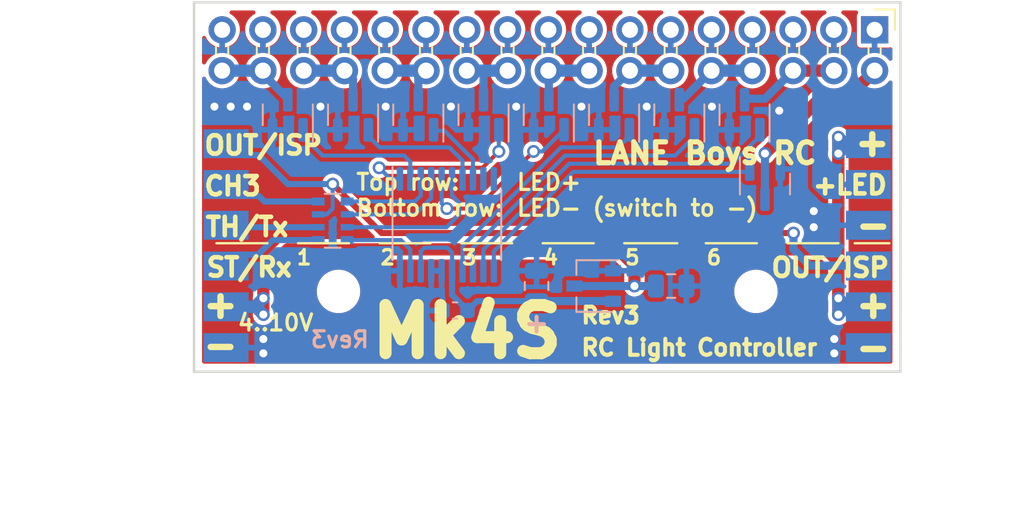
<source format=kicad_pcb>
(kicad_pcb (version 20211014) (generator pcbnew)
  (layers (0 "F.Cu" signal "Top") (31 "B.Cu" signal "Bottom") (34 "B.Paste" user) (35 "F.Paste" user) (36 "B.SilkS" user "B.Silkscreen") (37 "F.SilkS" user "F.Silkscreen") (38 "B.Mask" user) (39 "F.Mask" user) (44 "Edge.Cuts" user))
  (net 0 "")
  (net 1 "+3V3")
  (net 2 "GND")
  (net 3 "/VIN")
  (net 4 "/CH3")
  (net 5 "/OUT0")
  (net 6 "/OUT1")
  (net 7 "/OUT2")
  (net 8 "/OUT3")
  (net 9 "/OUT4")
  (net 10 "/OUT5")
  (net 11 "/OUT6")
  (net 12 "/OUT7")
  (net 13 "/LED+")
  (net 14 "/OUT-ISP")
  (net 15 "/ST-RX")
  (net 16 "/TH-TX")
  (net 17 "/ST-Rx-in")
  (net 18 "/TH-Tx-in")
  (net 19 "/CH3-in")
  (net 20 "/OUT-ISP-out")
  (net 21 "Net-(J1-Pad10)")
  (net 22 "Net-(J1-Pad2)")
  (net 23 "Net-(J1-Pad32)")
  (net 24 "Net-(J1-Pad28)")
  (net 25 "Net-(J1-Pad24)")
  (net 26 "Net-(J1-Pad20)")
  (net 27 "Net-(J1-Pad16)")
  (net 28 "Net-(J1-Pad12)")
  (net 29 "Net-(J1-Pad4)")
  (net 30 "/OUT8")
  (footprint "Connector_PinHeader_2.54mm:PinHeader_2x17_P2.54mm_Horizontal" (layer "F.Cu") (at 177.39 92.71 -90)
    (fp_text reference "J1" hide)
    (fp_text value "Pinheader right-angle 2x17" hide)
    (fp_line (start 1.042929 32.64) (end 1.497071 32.64) (layer "F.SilkS") (width 0.12))
    (fp_line (start 1.042929 15.62) (end 1.497071 15.62) (layer "F.SilkS") (width 0.12))
    (fp_line (start 1.042929 38.48) (end 1.497071 38.48) (layer "F.SilkS") (width 0.12))
    (fp_line (start 1.11 -0.38) (end 1.497071 -0.38) (layer "F.SilkS") (width 0.12))
    (fp_line (start -1.27 -1.27) (end 0 -1.27) (layer "F.SilkS") (width 0.12))
    (fp_line (start 1.042929 8) (end 1.497071 8) (layer "F.SilkS") (width 0.12))
    (fp_line (start 1.042929 18.16) (end 1.497071 18.16) (layer "F.SilkS") (width 0.12))
    (fp_line (start 1.042929 9.78) (end 1.497071 9.78) (layer "F.SilkS") (width 0.12))
    (fp_line (start 1.042929 33.4) (end 1.497071 33.4) (layer "F.SilkS") (width 0.12))
    (fp_line (start 1.042929 25.78) (end 1.497071 25.78) (layer "F.SilkS") (width 0.12))
    (fp_line (start 1.042929 22.48) (end 1.497071 22.48) (layer "F.SilkS") (width 0.12))
    (fp_line (start 1.042929 19.94) (end 1.497071 19.94) (layer "F.SilkS") (width 0.12))
    (fp_line (start 1.042929 17.4) (end 1.497071 17.4) (layer "F.SilkS") (width 0.12))
    (fp_line (start 1.042929 20.7) (end 1.497071 20.7) (layer "F.SilkS") (width 0.12))
    (fp_line (start 1.042929 35.18) (end 1.497071 35.18) (layer "F.SilkS") (width 0.12))
    (fp_line (start 1.042929 5.46) (end 1.497071 5.46) (layer "F.SilkS") (width 0.12))
    (fp_line (start 1.042929 41.02) (end 1.497071 41.02) (layer "F.SilkS") (width 0.12))
    (fp_line (start 1.042929 14.86) (end 1.497071 14.86) (layer "F.SilkS") (width 0.12))
    (fp_line (start 1.042929 37.72) (end 1.497071 37.72) (layer "F.SilkS") (width 0.12))
    (fp_line (start 1.042929 40.26) (end 1.497071 40.26) (layer "F.SilkS") (width 0.12))
    (fp_line (start 1.042929 4.7) (end 1.497071 4.7) (layer "F.SilkS") (width 0.12))
    (fp_line (start 1.042929 7.24) (end 1.497071 7.24) (layer "F.SilkS") (width 0.12))
    (fp_line (start 1.042929 2.92) (end 1.497071 2.92) (layer "F.SilkS") (width 0.12))
    (fp_line (start 1.042929 10.54) (end 1.497071 10.54) (layer "F.SilkS") (width 0.12))
    (fp_line (start 1.042929 23.24) (end 1.497071 23.24) (layer "F.SilkS") (width 0.12))
    (fp_line (start 1.042929 2.16) (end 1.497071 2.16) (layer "F.SilkS") (width 0.12))
    (fp_line (start 1.042929 13.08) (end 1.497071 13.08) (layer "F.SilkS") (width 0.12))
    (fp_line (start 1.11 0.38) (end 1.497071 0.38) (layer "F.SilkS") (width 0.12))
    (fp_line (start 1.042929 25.02) (end 1.497071 25.02) (layer "F.SilkS") (width 0.12))
    (fp_line (start 1.042929 35.94) (end 1.497071 35.94) (layer "F.SilkS") (width 0.12))
    (fp_line (start 1.042929 27.56) (end 1.497071 27.56) (layer "F.SilkS") (width 0.12))
    (fp_line (start 1.042929 28.32) (end 1.497071 28.32) (layer "F.SilkS") (width 0.12))
    (fp_line (start 1.042929 30.1) (end 1.497071 30.1) (layer "F.SilkS") (width 0.12))
    (fp_line (start 1.042929 12.32) (end 1.497071 12.32) (layer "F.SilkS") (width 0.12))
    (fp_line (start -1.27 0) (end -1.27 -1.27) (layer "F.SilkS") (width 0.12))
    (fp_line (start 1.042929 30.86) (end 1.497071 30.86) (layer "F.SilkS") (width 0.12))
    (pad "1" thru_hole rect (at 0 0 270) (size 1.7 1.7) (drill 1) (layers *.Cu *.Mask) (net 13 "/LED+"))
    (pad "2" thru_hole oval (at 2.54 0 270) (size 1.7 1.7) (drill 1) (layers *.Cu *.Mask) (net 22 "Net-(J1-Pad2)"))
    (pad "3" thru_hole oval (at 0 2.54 270) (size 1.7 1.7) (drill 1) (layers *.Cu *.Mask) (net 13 "/LED+"))
    (pad "4" thru_hole oval (at 2.54 2.54 270) (size 1.7 1.7) (drill 1) (layers *.Cu *.Mask) (net 29 "Net-(J1-Pad4)"))
    (pad "5" thru_hole oval (at 0 5.08 270) (size 1.7 1.7) (drill 1) (layers *.Cu *.Mask) (net 13 "/LED+"))
    (pad "6" thru_hole oval (at 2.54 5.08 270) (size 1.7 1.7) (drill 1) (layers *.Cu *.Mask) (net 29 "Net-(J1-Pad4)"))
    (pad "7" thru_hole oval (at 0 7.62 270) (size 1.7 1.7) (drill 1) (layers *.Cu *.Mask) (net 13 "/LED+"))
    (pad "8" thru_hole oval (at 2.54 7.62 270) (size 1.7 1.7) (drill 1) (layers *.Cu *.Mask) (net 21 "Net-(J1-Pad10)"))
    (pad "9" thru_hole oval (at 0 10.16 270) (size 1.7 1.7) (drill 1) (layers *.Cu *.Mask) (net 13 "/LED+"))
    (pad "10" thru_hole oval (at 2.54 10.16 270) (size 1.7 1.7) (drill 1) (layers *.Cu *.Mask) (net 21 "Net-(J1-Pad10)"))
    (pad "11" thru_hole oval (at 0 12.7 270) (size 1.7 1.7) (drill 1) (layers *.Cu *.Mask) (net 13 "/LED+"))
    (pad "12" thru_hole oval (at 2.54 12.7 270) (size 1.7 1.7) (drill 1) (layers *.Cu *.Mask) (net 28 "Net-(J1-Pad12)"))
    (pad "13" thru_hole oval (at 0 15.24 270) (size 1.7 1.7) (drill 1) (layers *.Cu *.Mask) (net 13 "/LED+"))
    (pad "14" thru_hole oval (at 2.54 15.24 270) (size 1.7 1.7) (drill 1) (layers *.Cu *.Mask) (net 28 "Net-(J1-Pad12)"))
    (pad "15" thru_hole oval (at 0 17.78 270) (size 1.7 1.7) (drill 1) (layers *.Cu *.Mask) (net 13 "/LED+"))
    (pad "16" thru_hole oval (at 2.54 17.78 270) (size 1.7 1.7) (drill 1) (layers *.Cu *.Mask) (net 27 "Net-(J1-Pad16)"))
    (pad "17" thru_hole oval (at 0 20.32 270) (size 1.7 1.7) (drill 1) (layers *.Cu *.Mask) (net 13 "/LED+"))
    (pad "18" thru_hole oval (at 2.54 20.32 270) (size 1.7 1.7) (drill 1) (layers *.Cu *.Mask) (net 27 "Net-(J1-Pad16)"))
    (pad "19" thru_hole oval (at 0 22.86 270) (size 1.7 1.7) (drill 1) (layers *.Cu *.Mask) (net 13 "/LED+"))
    (pad "20" thru_hole oval (at 2.54 22.86 270) (size 1.7 1.7) (drill 1) (layers *.Cu *.Mask) (net 26 "Net-(J1-Pad20)"))
    (pad "21" thru_hole oval (at 0 25.4 270) (size 1.7 1.7) (drill 1) (layers *.Cu *.Mask) (net 13 "/LED+"))
    (pad "22" thru_hole oval (at 2.54 25.4 270) (size 1.7 1.7) (drill 1) (layers *.Cu *.Mask) (net 26 "Net-(J1-Pad20)"))
    (pad "23" thru_hole oval (at 0 27.94 270) (size 1.7 1.7) (drill 1) (layers *.Cu *.Mask) (net 13 "/LED+"))
    (pad "24" thru_hole oval (at 2.54 27.94 270) (size 1.7 1.7) (drill 1) (layers *.Cu *.Mask) (net 25 "Net-(J1-Pad24)"))
    (pad "25" thru_hole oval (at 0 30.48 270) (size 1.7 1.7) (drill 1) (layers *.Cu *.Mask) (net 13 "/LED+"))
    (pad "26" thru_hole oval (at 2.54 30.48 270) (size 1.7 1.7) (drill 1) (layers *.Cu *.Mask) (net 25 "Net-(J1-Pad24)"))
    (pad "27" thru_hole oval (at 0 33.02 270) (size 1.7 1.7) (drill 1) (layers *.Cu *.Mask) (net 13 "/LED+"))
    (pad "28" thru_hole oval (at 2.54 33.02 270) (size 1.7 1.7) (drill 1) (layers *.Cu *.Mask) (net 24 "Net-(J1-Pad28)"))
    (pad "29" thru_hole oval (at 0 35.56 270) (size 1.7 1.7) (drill 1) (layers *.Cu *.Mask) (net 13 "/LED+"))
    (pad "30" thru_hole oval (at 2.54 35.56 270) (size 1.7 1.7) (drill 1) (layers *.Cu *.Mask) (net 24 "Net-(J1-Pad28)"))
    (pad "31" thru_hole oval (at 0 38.1 270) (size 1.7 1.7) (drill 1) (layers *.Cu *.Mask) (net 13 "/LED+"))
    (pad "32" thru_hole oval (at 2.54 38.1 270) (size 1.7 1.7) (drill 1) (layers *.Cu *.Mask) (net 23 "Net-(J1-Pad32)"))
    (pad "33" thru_hole oval (at 0 40.64 270) (size 1.7 1.7) (drill 1) (layers *.Cu *.Mask) (net 13 "/LED+"))
    (pad "34" thru_hole oval (at 2.54 40.64 270) (size 1.7 1.7) (drill 1) (layers *.Cu *.Mask) (net 23 "Net-(J1-Pad32)"))
  )
  (footprint "MountingHole:MountingHole_2.2mm_M2_ISO14580" (layer "F.Cu") (at 144 109)
    (fp_text reference "H1" hide)
    (fp_text value "MountingHole" hide)
    (pad "" np_thru_hole circle (at 0 0) (size 2.2 2.2) (drill 2.2) (layers *.Cu *.Mask))
  )
  (footprint "MountingHole:MountingHole_2.2mm_M2_ISO14580" (layer "F.Cu") (at 170 109)
    (fp_text reference "H2" hide)
    (fp_text value "MountingHole" hide)
    (pad "" np_thru_hole circle (at 0 0) (size 2.2 2.2) (drill 2.2) (layers *.Cu *.Mask))
  )
  (footprint "Package_TO_SOT_SMD:SOT-23" (layer "B.Cu") (at 140.842 97.998 90)
    (fp_text reference "T1" hide)
    (fp_text value "PMV30UN")
    (fp_line (start 0 1.56) (end 0.65 1.56) (layer "B.SilkS") (width 0.12))
    (fp_line (start 0 -1.56) (end -0.65 -1.56) (layer "B.SilkS") (width 0.12))
    (fp_line (start 0 -1.56) (end 0.65 -1.56) (layer "B.SilkS") (width 0.12))
    (fp_line (start 0 1.56) (end -1.675 1.56) (layer "B.SilkS") (width 0.12))
    (pad "1" smd roundrect (at -0.9375 0.95 90) (size 1.475 0.6) (layers "B.Cu" "B.Paste" "B.Mask") (net 5 "/OUT0"))
    (pad "2" smd roundrect (at -0.9375 -0.95 90) (size 1.475 0.6) (layers "B.Cu" "B.Paste" "B.Mask") (net 2 "GND"))
    (pad "3" smd roundrect (at 0.9375 0 90) (size 1.475 0.6) (layers "B.Cu" "B.Paste" "B.Mask") (net 23 "Net-(J1-Pad32)"))
  )
  (footprint "Package_TO_SOT_SMD:SOT-23" (layer "B.Cu") (at 144.906 97.998 90)
    (fp_text reference "T2" hide)
    (fp_text value "PMV30UN")
    (fp_line (start 0 1.56) (end -1.675 1.56) (layer "B.SilkS") (width 0.12))
    (fp_line (start 0 1.56) (end 0.65 1.56) (layer "B.SilkS") (width 0.12))
    (fp_line (start 0 -1.56) (end -0.65 -1.56) (layer "B.SilkS") (width 0.12))
    (fp_line (start 0 -1.56) (end 0.65 -1.56) (layer "B.SilkS") (width 0.12))
    (pad "1" smd roundrect (at -0.9375 0.95 90) (size 1.475 0.6) (layers "B.Cu" "B.Paste" "B.Mask") (net 6 "/OUT1"))
    (pad "2" smd roundrect (at -0.9375 -0.95 90) (size 1.475 0.6) (layers "B.Cu" "B.Paste" "B.Mask") (net 2 "GND"))
    (pad "3" smd roundrect (at 0.9375 0 90) (size 1.475 0.6) (layers "B.Cu" "B.Paste" "B.Mask") (net 24 "Net-(J1-Pad28)"))
  )
  (footprint "Package_TO_SOT_SMD:SOT-23" (layer "B.Cu") (at 148.97 97.998 90)
    (fp_text reference "T3" hide)
    (fp_text value "PMV30UN")
    (fp_line (start 0 1.56) (end 0.65 1.56) (layer "B.SilkS") (width 0.12))
    (fp_line (start 0 -1.56) (end -0.65 -1.56) (layer "B.SilkS") (width 0.12))
    (fp_line (start 0 1.56) (end -1.675 1.56) (layer "B.SilkS") (width 0.12))
    (fp_line (start 0 -1.56) (end 0.65 -1.56) (layer "B.SilkS") (width 0.12))
    (pad "1" smd roundrect (at -0.9375 0.95 90) (size 1.475 0.6) (layers "B.Cu" "B.Paste" "B.Mask") (net 7 "/OUT2"))
    (pad "2" smd roundrect (at -0.9375 -0.95 90) (size 1.475 0.6) (layers "B.Cu" "B.Paste" "B.Mask") (net 2 "GND"))
    (pad "3" smd roundrect (at 0.9375 0 90) (size 1.475 0.6) (layers "B.Cu" "B.Paste" "B.Mask") (net 25 "Net-(J1-Pad24)"))
  )
  (footprint "Package_TO_SOT_SMD:SOT-23" (layer "B.Cu") (at 153.034 97.998 90)
    (fp_text reference "T4" hide)
    (fp_text value "PMV30UN")
    (fp_line (start 0 -1.56) (end -0.65 -1.56) (layer "B.SilkS") (width 0.12))
    (fp_line (start 0 1.56) (end -1.675 1.56) (layer "B.SilkS") (width 0.12))
    (fp_line (start 0 -1.56) (end 0.65 -1.56) (layer "B.SilkS") (width 0.12))
    (fp_line (start 0 1.56) (end 0.65 1.56) (layer "B.SilkS") (width 0.12))
    (pad "1" smd roundrect (at -0.9375 0.95 90) (size 1.475 0.6) (layers "B.Cu" "B.Paste" "B.Mask") (net 8 "/OUT3"))
    (pad "2" smd roundrect (at -0.9375 -0.95 90) (size 1.475 0.6) (layers "B.Cu" "B.Paste" "B.Mask") (net 2 "GND"))
    (pad "3" smd roundrect (at 0.9375 0 90) (size 1.475 0.6) (layers "B.Cu" "B.Paste" "B.Mask") (net 26 "Net-(J1-Pad20)"))
  )
  (footprint "Package_TO_SOT_SMD:SOT-23" (layer "B.Cu") (at 169.29 97.998 90)
    (fp_text reference "T8" hide)
    (fp_text value "PMV30UN")
    (fp_line (start 0 -1.56) (end -0.65 -1.56) (layer "B.SilkS") (width 0.12))
    (fp_line (start 0 1.56) (end 0.65 1.56) (layer "B.SilkS") (width 0.12))
    (fp_line (start 0 1.56) (end -1.675 1.56) (layer "B.SilkS") (width 0.12))
    (fp_line (start 0 -1.56) (end 0.65 -1.56) (layer "B.SilkS") (width 0.12))
    (pad "1" smd roundrect (at -0.9375 0.95 90) (size 1.475 0.6) (layers "B.Cu" "B.Paste" "B.Mask") (net 12 "/OUT7"))
    (pad "2" smd roundrect (at -0.9375 -0.95 90) (size 1.475 0.6) (layers "B.Cu" "B.Paste" "B.Mask") (net 2 "GND"))
    (pad "3" smd roundrect (at 0.9375 0 90) (size 1.475 0.6) (layers "B.Cu" "B.Paste" "B.Mask") (net 29 "Net-(J1-Pad4)"))
  )
  (footprint "Package_TO_SOT_SMD:SOT-23" (layer "B.Cu") (at 170.56 102.316 -90)
    (fp_text reference "T9" hide)
    (fp_text value "PMV30UN")
    (fp_line (start 0 -1.56) (end -0.65 -1.56) (layer "B.SilkS") (width 0.12))
    (fp_line (start 0 1.56) (end 0.65 1.56) (layer "B.SilkS") (width 0.12))
    (fp_line (start 0 -1.56) (end 0.65 -1.56) (layer "B.SilkS") (width 0.12))
    (fp_line (start 0 1.56) (end -1.675 1.56) (layer "B.SilkS") (width 0.12))
    (pad "1" smd roundrect (at -0.9375 0.95 270) (size 1.475 0.6) (layers "B.Cu" "B.Paste" "B.Mask") (net 30 "/OUT8"))
    (pad "2" smd roundrect (at -0.9375 -0.95 270) (size 1.475 0.6) (layers "B.Cu" "B.Paste" "B.Mask") (net 2 "GND"))
    (pad "3" smd roundrect (at 0.9375 0 270) (size 1.475 0.6) (layers "B.Cu" "B.Paste" "B.Mask") (net 22 "Net-(J1-Pad2)"))
  )
  (footprint "Package_TO_SOT_SMD:SOT-23" (layer "B.Cu") (at 161.162 97.998 90)
    (fp_text reference "T6" hide)
    (fp_text value "PMV30UN")
    (fp_line (start 0 -1.56) (end -0.65 -1.56) (layer "B.SilkS") (width 0.12))
    (fp_line (start 0 -1.56) (end 0.65 -1.56) (layer "B.SilkS") (width 0.12))
    (fp_line (start 0 1.56) (end -1.675 1.56) (layer "B.SilkS") (width 0.12))
    (fp_line (start 0 1.56) (end 0.65 1.56) (layer "B.SilkS") (width 0.12))
    (pad "1" smd roundrect (at -0.9375 0.95 90) (size 1.475 0.6) (layers "B.Cu" "B.Paste" "B.Mask") (net 10 "/OUT5"))
    (pad "2" smd roundrect (at -0.9375 -0.95 90) (size 1.475 0.6) (layers "B.Cu" "B.Paste" "B.Mask") (net 2 "GND"))
    (pad "3" smd roundrect (at 0.9375 0 90) (size 1.475 0.6) (layers "B.Cu" "B.Paste" "B.Mask") (net 28 "Net-(J1-Pad12)"))
  )
  (footprint "Package_TO_SOT_SMD:SOT-23" (layer "B.Cu") (at 157.098 97.998 90)
    (fp_text reference "T5" hide)
    (fp_text value "PMV30UN")
    (fp_line (start 0 -1.56) (end 0.65 -1.56) (layer "B.SilkS") (width 0.12))
    (fp_line (start 0 1.56) (end 0.65 1.56) (layer "B.SilkS") (width 0.12))
    (fp_line (start 0 -1.56) (end -0.65 -1.56) (layer "B.SilkS") (width 0.12))
    (fp_line (start 0 1.56) (end -1.675 1.56) (layer "B.SilkS") (width 0.12))
    (pad "1" smd roundrect (at -0.9375 0.95 90) (size 1.475 0.6) (layers "B.Cu" "B.Paste" "B.Mask") (net 9 "/OUT4"))
    (pad "2" smd roundrect (at -0.9375 -0.95 90) (size 1.475 0.6) (layers "B.Cu" "B.Paste" "B.Mask") (net 2 "GND"))
    (pad "3" smd roundrect (at 0.9375 0 90) (size 1.475 0.6) (layers "B.Cu" "B.Paste" "B.Mask") (net 27 "Net-(J1-Pad16)"))
  )
  (footprint "rc-light-controller-tlc5940-lpc812:PinHeader_1x06_P2.54mm_Flat" (layer "B.Cu") (at 177 112.5 90)
    (fp_text reference "J3" hide)
    (fp_text value "Pinheader straight 1x06" hide)
    (pad "1" smd rect locked (at 0 0 90) (size 1.8 2.8) (layers "B.Cu" "B.Mask") (net 2 "GND"))
    (pad "2" smd rect locked (at 2.54 0 90) (size 1.8 2.8) (layers "B.Cu" "B.Mask") (net 3 "/VIN"))
    (pad "3" smd rect locked (at 5.08 0 90) (size 1.8 2.8) (layers "B.Cu" "B.Mask") (net 20 "/OUT-ISP-out"))
    (pad "4" smd rect locked (at 7.62 0 90) (size 1.8 2.8) (layers "B.Cu" "B.Mask") (net 2 "GND"))
    (pad "5" smd rect locked (at 10.16 0 90) (size 1.8 2.8) (layers "B.Cu" "B.Mask") (net 13 "/LED+"))
    (pad "6" smd rect locked (at 12.7 0 90) (size 1.8 2.8) (layers "B.Cu" "B.Mask") (net 3 "/VIN"))
  )
  (footprint "Package_TO_SOT_SMD:SOT-23" (layer "B.Cu") (at 165.226 97.998 90)
    (fp_text reference "T7" hide)
    (fp_text value "PMV30UN")
    (fp_line (start 0 -1.56) (end 0.65 -1.56) (layer "B.SilkS") (width 0.12))
    (fp_line (start 0 1.56) (end -1.675 1.56) (layer "B.SilkS") (width 0.12))
    (fp_line (start 0 1.56) (end 0.65 1.56) (layer "B.SilkS") (width 0.12))
    (fp_line (start 0 -1.56) (end -0.65 -1.56) (layer "B.SilkS") (width 0.12))
    (pad "1" smd roundrect (at -0.9375 0.95 90) (size 1.475 0.6) (layers "B.Cu" "B.Paste" "B.Mask") (net 11 "/OUT6"))
    (pad "2" smd roundrect (at -0.9375 -0.95 90) (size 1.475 0.6) (layers "B.Cu" "B.Paste" "B.Mask") (net 2 "GND"))
    (pad "3" smd roundrect (at 0.9375 0 90) (size 1.475 0.6) (layers "B.Cu" "B.Paste" "B.Mask") (net 21 "Net-(J1-Pad10)"))
  )
  (footprint "Capacitor_SMD:C_0805_2012Metric" (layer "B.Cu") (at 156.336 108.666 90)
    (fp_text reference "C2" hide)
    (fp_text value "47u/6V3")
    (fp_line (start -0.261252 0.735) (end 0.261252 0.735) (layer "B.SilkS") (width 0.12))
    (fp_line (start -0.261252 -0.735) (end 0.261252 -0.735) (layer "B.SilkS") (width 0.12))
    (pad "1" smd roundrect (at -0.95 0 90) (size 1 1.45) (layers "B.Cu" "B.Paste" "B.Mask") (net 1 "+3V3"))
    (pad "2" smd roundrect (at 0.95 0 90) (size 1 1.45) (layers "B.Cu" "B.Paste" "B.Mask") (net 2 "GND"))
  )
  (footprint "Package_TO_SOT_SMD:SOT-23W" (layer "B.Cu") (at 159.892 108.666 180)
    (fp_text reference "U2" hide)
    (fp_text value "MCP1703A-3302_SOT23")
    (fp_line (start -1.5 1.61) (end 1.075 1.61) (layer "B.SilkS") (width 0.12))
    (fp_line (start 1.075 -0.7) (end 1.075 -1.61) (layer "B.SilkS") (width 0.12))
    (fp_line (start -1.075 -1.61) (end 1.075 -1.61) (layer "B.SilkS") (width 0.12))
    (fp_line (start 1.075 1.61) (end 1.075 0.7) (layer "B.SilkS") (width 0.12))
    (pad "1" smd rect (at -1.2 0.95 180) (size 1 0.7) (layers "B.Cu" "B.Paste" "B.Mask") (net 2 "GND"))
    (pad "2" smd rect (at -1.2 -0.95 180) (size 1 0.7) (layers "B.Cu" "B.Paste" "B.Mask") (net 1 "+3V3"))
    (pad "3" smd rect (at 1.2 0 180) (size 1 0.7) (layers "B.Cu" "B.Paste" "B.Mask") (net 3 "/VIN"))
  )
  (footprint "rc-light-controller-tlc5940-lpc812:PinHeader_1x06_P2.54mm_Flat" (layer "B.Cu") (at 137 112.5 90)
    (fp_text reference "J2" hide)
    (fp_text value "Pinheader straight 1x06" hide)
    (pad "1" smd rect locked (at 0 0 90) (size 1.8 2.8) (layers "B.Cu" "B.Mask") (net 2 "GND"))
    (pad "2" smd rect locked (at 2.54 0 90) (size 1.8 2.8) (layers "B.Cu" "B.Mask") (net 3 "/VIN"))
    (pad "3" smd rect locked (at 5.08 0 90) (size 1.8 2.8) (layers "B.Cu" "B.Mask") (net 17 "/ST-Rx-in"))
    (pad "4" smd rect locked (at 7.62 0 90) (size 1.8 2.8) (layers "B.Cu" "B.Mask") (net 18 "/TH-Tx-in"))
    (pad "5" smd rect locked (at 10.16 0 90) (size 1.8 2.8) (layers "B.Cu" "B.Mask") (net 19 "/CH3-in"))
    (pad "6" smd rect locked (at 12.7 0 90) (size 1.8 2.8) (layers "B.Cu" "B.Mask") (net 20 "/OUT-ISP-out"))
  )
  (footprint "Resistor_SMD:R_Array_Convex_4x0603" (layer "B.Cu") (at 143.636 104.602)
    (fp_text reference "RN1" hide)
    (fp_text value "1k x4")
    (fp_line (start 0.5 1.68) (end -0.5 1.68) (layer "B.SilkS") (width 0.12))
    (fp_line (start 0.5 -1.68) (end -0.5 -1.68) (layer "B.SilkS") (width 0.12))
    (pad "1" smd rect (at -0.9 1.2) (size 0.8 0.5) (layers "B.Cu" "B.Paste" "B.Mask") (net 17 "/ST-Rx-in"))
    (pad "2" smd rect (at -0.9 0.4) (size 0.8 0.4) (layers "B.Cu" "B.Paste" "B.Mask") (net 18 "/TH-Tx-in"))
    (pad "3" smd rect (at -0.9 -0.4) (size 0.8 0.4) (layers "B.Cu" "B.Paste" "B.Mask") (net 20 "/OUT-ISP-out"))
    (pad "4" smd rect (at -0.9 -1.2) (size 0.8 0.5) (layers "B.Cu" "B.Paste" "B.Mask") (net 19 "/CH3-in"))
    (pad "5" smd rect (at 0.9 -1.2) (size 0.8 0.5) (layers "B.Cu" "B.Paste" "B.Mask") (net 4 "/CH3"))
    (pad "6" smd rect (at 0.9 -0.4) (size 0.8 0.4) (layers "B.Cu" "B.Paste" "B.Mask") (net 14 "/OUT-ISP"))
    (pad "7" smd rect (at 0.9 0.4) (size 0.8 0.4) (layers "B.Cu" "B.Paste" "B.Mask") (net 16 "/TH-TX"))
    (pad "8" smd rect (at 0.9 1.2) (size 0.8 0.5) (layers "B.Cu" "B.Paste" "B.Mask") (net 15 "/ST-RX"))
  )
  (footprint "Capacitor_SMD:C_0805_2012Metric" (layer "B.Cu") (at 164.718 108.666)
    (fp_text reference "C1" hide)
    (fp_text value "1u/16V")
    (fp_line (start -0.261252 0.735) (end 0.261252 0.735) (layer "B.SilkS") (width 0.12))
    (fp_line (start -0.261252 -0.735) (end 0.261252 -0.735) (layer "B.SilkS") (width 0.12))
    (pad "1" smd roundrect (at -0.95 0) (size 1 1.45) (layers "B.Cu" "B.Paste" "B.Mask") (net 3 "/VIN"))
    (pad "2" smd roundrect (at 0.95 0) (size 1 1.45) (layers "B.Cu" "B.Paste" "B.Mask") (net 2 "GND"))
  )
  (footprint "Capacitor_SMD:C_0603_1608Metric" (layer "B.Cu") (at 151.256 110.19 180)
    (fp_text reference "C3" hide)
    (fp_text value "100n")
    (fp_line (start -0.14058 -0.51) (end 0.14058 -0.51) (layer "B.SilkS") (width 0.12))
    (fp_line (start -0.14058 0.51) (end 0.14058 0.51) (layer "B.SilkS") (width 0.12))
    (pad "1" smd roundrect (at -0.775 0 180) (size 0.9 0.95) (layers "B.Cu" "B.Paste" "B.Mask") (net 1 "+3V3"))
    (pad "2" smd roundrect (at 0.775 0 180) (size 0.9 0.95) (layers "B.Cu" "B.Paste" "B.Mask") (net 2 "GND"))
  )
  (footprint "Package_SO:TSSOP-20_4.4x6.5mm_P0.65mm" (layer "B.Cu") (at 150.748 104.856 -90)
    (fp_text reference "U1" hide)
    (fp_text value "LPC832M101FDH20")
    (fp_line (start 0 -3.385) (end 2.2 -3.385) (layer "B.SilkS") (width 0.12))
    (fp_line (start 0 3.385) (end -3.6 3.385) (layer "B.SilkS") (width 0.12))
    (fp_line (start 0 -3.385) (end -2.2 -3.385) (layer "B.SilkS") (width 0.12))
    (fp_line (start 0 3.385) (end 2.2 3.385) (layer "B.SilkS") (width 0.12))
    (pad "1" smd roundrect (at -2.8625 2.925 270) (size 1.475 0.4) (layers "B.Cu" "B.Paste" "B.Mask") (net 8 "/OUT3"))
    (pad "2" smd roundrect (at -2.8625 2.275 270) (size 1.475 0.4) (layers "B.Cu" "B.Paste" "B.Mask") (net 5 "/OUT0"))
    (pad "3" smd roundrect (at -2.8625 1.625 270) (size 1.475 0.4) (layers "B.Cu" "B.Paste" "B.Mask") (net 4 "/CH3"))
    (pad "4" smd roundrect (at -2.8625 0.975 270) (size 1.475 0.4) (layers "B.Cu" "B.Paste" "B.Mask") (net 14 "/OUT-ISP"))
    (pad "5" smd roundrect (at -2.8625 0.325 270) (size 1.475 0.4) (layers "B.Cu" "B.Paste" "B.Mask") (net 9 "/OUT4"))
    (pad "6" smd roundrect (at -2.8625 -0.325 270) (size 1.475 0.4) (layers "B.Cu" "B.Paste" "B.Mask") (net 16 "/TH-TX"))
    (pad "7" smd roundrect (at -2.8625 -0.975 270) (size 1.475 0.4) (layers "B.Cu" "B.Paste" "B.Mask") (net 6 "/OUT1"))
    (pad "8" smd roundrect (at -2.8625 -1.625 270) (size 1.475 0.4) (layers "B.Cu" "B.Paste" "B.Mask") (net 7 "/OUT2"))
    (pad "9" smd roundrect (at -2.8625 -2.275 270) (size 1.475 0.4) (layers "B.Cu" "B.Paste" "B.Mask"))
    (pad "10" smd roundrect (at -2.8625 -2.925 270) (size 1.475 0.4) (layers "B.Cu" "B.Paste" "B.Mask"))
    (pad "11" smd roundrect (at 2.8625 -2.925 270) (size 1.475 0.4) (layers "B.Cu" "B.Paste" "B.Mask") (net 30 "/OUT8"))
    (pad "12" smd roundrect (at 2.8625 -2.275 270) (size 1.475 0.4) (layers "B.Cu" "B.Paste" "B.Mask") (net 12 "/OUT7"))
    (pad "13" smd roundrect (at 2.8625 -1.625 270) (size 1.475 0.4) (layers "B.Cu" "B.Paste" "B.Mask") (net 11 "/OUT6"))
    (pad "14" smd roundrect (at 2.8625 -0.975 270) (size 1.475 0.4) (layers "B.Cu" "B.Paste" "B.Mask") (net 10 "/OUT5"))
    (pad "15" smd roundrect (at 2.8625 -0.325 270) (size 1.475 0.4) (layers "B.Cu" "B.Paste" "B.Mask") (net 1 "+3V3"))
    (pad "16" smd roundrect (at 2.8625 0.325 270) (size 1.475 0.4) (layers "B.Cu" "B.Paste" "B.Mask") (net 2 "GND"))
    (pad "17" smd roundrect (at 2.8625 0.975 270) (size 1.475 0.4) (layers "B.Cu" "B.Paste" "B.Mask") (net 2 "GND"))
    (pad "18" smd roundrect (at 2.8625 1.625 270) (size 1.475 0.4) (layers "B.Cu" "B.Paste" "B.Mask") (net 1 "+3V3"))
    (pad "19" smd roundrect (at 2.8625 2.275 270) (size 1.475 0.4) (layers "B.Cu" "B.Paste" "B.Mask") (net 15 "/ST-RX"))
    (pad "20" smd roundrect (at 2.8625 2.925 270) (size 1.475 0.4) (layers "B.Cu" "B.Paste" "B.Mask") (net 2 "GND"))
  )
  (gr_line (start 136.397 105.999) (end 139.572 106) (layer "F.SilkS") (width 0.15))
  (gr_line (start 141.477 106) (end 144.652 106) (layer "F.SilkS") (width 0.15))
  (gr_line (start 149.732 106) (end 146.557 106) (layer "F.SilkS") (width 0.15))
  (gr_line (start 154.812 105.999) (end 151.637 105.999) (layer "F.SilkS") (width 0.15))
  (gr_line (start 165.099 105.999) (end 161.797 105.999) (layer "F.SilkS") (width 0.15))
  (gr_line (start 170.052 106) (end 166.877 105.999) (layer "F.SilkS") (width 0.15))
  (gr_line (start 175.132 105.999) (end 171.957 105.999) (layer "F.SilkS") (width 0.15))
  (gr_line (start 159.892 105.999) (end 156.717 106) (layer "F.SilkS") (width 0.15))
  (gr_line (start 178.307 105.999) (end 176.148 105.999) (layer "F.SilkS") (width 0.15))
  (gr_line (start 135.0011 114) (end 179 114) (layer "Edge.Cuts") (width 0.15))
  (gr_line (start 179 91) (end 135.0011 91) (layer "Edge.Cuts") (width 0.15))
  (gr_line (start 135.0011 91) (end 135.0011 114) (layer "Edge.Cuts") (width 0.15))
  (gr_line (start 179 114) (end 179 91) (layer "Edge.Cuts") (width 0.15))
  (gr_text "Rev3" (at 146 112) (layer "B.SilkS") (effects (font (size 1 1) (thickness 0.2)) (justify left mirror)))
  (gr_text "+" (at 156.336 110.952) (layer "B.SilkS") (effects (font (size 1.2 1.2) (thickness 0.25)) (justify mirror)))
  (gr_text "OUT/ISP" (at 135.508 99.903) (layer "F.SilkS") (effects (font (size 1.143 1.143) (thickness 0.28575)) (justify left)))
  (gr_text "LANE Boys RC" (at 159.7 100.4) (layer "F.SilkS") (effects (font (size 1.3 1.3) (thickness 0.325)) (justify left)))
  (gr_text "CH3" (at 135.5 102.443) (layer "F.SilkS") (effects (font (size 1.143 1.143) (thickness 0.28575)) (justify left)))
  (gr_text "RC Light Controller" (at 159 112.5) (layer "F.SilkS") (effects (font (size 1 1) (thickness 0.25)) (justify left)))
  (gr_text "-" (at 178.561 112.476) (layer "F.SilkS") (effects (font (size 1.6 1.6) (thickness 0.4)) (justify right)))
  (gr_text "+" (at 178.4975 99.7125) (layer "F.SilkS") (effects (font (size 1.6 1.6) (thickness 0.4)) (justify right)))
  (gr_text "Top row:\nBottom row:" (at 145 103) (layer "F.SilkS") (effects (font (size 1 1) (thickness 0.2)) (justify left)))
  (gr_text "+" (at 178.561 109.809) (layer "F.SilkS") (effects (font (size 1.6 1.6) (thickness 0.4)) (justify right)))
  (gr_text "-" (at 178.561 104.856) (layer "F.SilkS") (effects (font (size 1.6 1.6) (thickness 0.4)) (justify right)))
  (gr_text "-" (at 136.651 112.349) (layer "F.SilkS") (effects (font (size 1.6 1.6) (thickness 0.4))))
  (gr_text "+" (at 136.651 109.809) (layer "F.SilkS") (effects (font (size 1.6 1.6) (thickness 0.4))))
  (gr_text "OUT/ISP" (at 178.434 107.523) (layer "F.SilkS") (effects (font (size 1.143 1.143) (thickness 0.28575)) (justify right)))
  (gr_text "+LED" (at 178.307 102.3795) (layer "F.SilkS") (effects (font (size 1.143 1.143) (thickness 0.28575)) (justify right)))
  (gr_text "3" (at 152.145 106.888) (layer "F.SilkS") (effects (font (size 0.9 0.9) (thickness 0.2))))
  (gr_text "TH/Tx" (at 138.302 104.983) (layer "F.SilkS") (effects (font (size 1.143 1.143) (thickness 0.28575))))
  (gr_text "Rev3" (at 159 110.5) (layer "F.SilkS") (effects (font (size 1 1) (thickness 0.25)) (justify left)))
  (gr_text "2" (at 147.065 106.888) (layer "F.SilkS") (effects (font (size 0.9 0.9) (thickness 0.2))))
  (gr_text "6" (at 167.385 106.888) (layer "F.SilkS") (effects (font (size 0.9 0.9) (thickness 0.2))))
  (gr_text "1" (at 141.858 106.888) (layer "F.SilkS") (effects (font (size 0.9 0.9) (thickness 0.2))))
  (gr_text "4..10V" (at 140.08 110.952) (layer "F.SilkS") (effects (font (size 1 1) (thickness 0.2))))
  (gr_text "LED+\nLED- (switch to -)" (at 155 103) (layer "F.SilkS") (effects (font (size 1 1) (thickness 0.2)) (justify left)))
  (gr_text "Mk4S" (at 152 111.5) (layer "F.SilkS") (effects (font (size 3 3) (thickness 0.75))))
  (gr_text "4" (at 157.225 106.888) (layer "F.SilkS") (effects (font (size 0.9 0.9) (thickness 0.2))))
  (gr_text "ST/Rx" (at 135.635 107.5) (layer "F.SilkS") (effects (font (size 1.143 1.143) (thickness 0.28575)) (justify left)))
  (gr_text "5" (at 162.305 106.888) (layer "F.SilkS") (effects (font (size 0.9 0.9) (thickness 0.2))))
  (segment (start 149.123 106.5064) (end 149.351 106.2784) (width 0.254) (layer "B.Cu") (net 1))
  (segment (start 150.7734 106.2784) (end 151.073 106.578) (width 0.254) (layer "B.Cu") (net 1))
  (segment (start 156.336 109.6035) (end 152.63 109.6035) (width 0.381) (layer "B.Cu") (net 1))
  (segment (start 151.073 106.578) (end 151.073 107.7185) (width 0.254) (layer "B.Cu") (net 1))
  (segment (start 151.073 107.7185) (end 151.073 109.2195) (width 0.381) (layer "B.Cu") (net 1))
  (segment (start 149.123 107.7185) (end 149.123 106.5064) (width 0.254) (layer "B.Cu") (net 1))
  (segment (start 161.0835 109.6035) (end 161.0858 109.6058) (width 0.508) (layer "B.Cu") (net 1))
  (segment (start 156.336 109.6035) (end 161.0835 109.6035) (width 0.508) (layer "B.Cu") (net 1))
  (segment (start 152.63 109.6035) (end 152.0435 110.19) (width 0.381) (layer "B.Cu") (net 1))
  (segment (start 151.073 109.2195) (end 152.0435 110.19) (width 0.381) (layer "B.Cu") (net 1))
  (segment (start 149.351 106.2784) (end 150.7734 106.2784) (width 0.254) (layer "B.Cu") (net 1))
  (via (at 155.066 97.49) (size 0.8) (drill 0.5) (layers "F.Cu" "B.Cu") (net 2))
  (via (at 142.874 97.49) (size 0.8) (drill 0.5) (layers "F.Cu" "B.Cu") (net 2))
  (via (at 146.938 97.49) (size 0.8) (drill 0.5) (layers "F.Cu" "B.Cu") (net 2))
  (via (at 171.449 97.744) (size 0.8) (drill 0.5) (layers "F.Cu" "B.Cu") (net 2))
  (via (at 138.302 97.49) (size 0.8) (drill 0.5) (layers "F.Cu" "B.Cu") (net 2))
  (via (at 151.002 97.49) (size 0.8) (drill 0.5) (layers "F.Cu" "B.Cu") (net 2))
  (via (at 163.194 97.49) (size 0.8) (drill 0.5) (layers "F.Cu" "B.Cu") (net 2))
  (via (at 139.318 112.857) (size 0.8) (drill 0.5) (layers "F.Cu" "B.Cu") (net 2))
  (via (at 174.878 112.857) (size 0.8) (drill 0.5) (layers "F.Cu" "B.Cu") (net 2))
  (via (at 137.286 97.49) (size 0.8) (drill 0.5) (layers "F.Cu" "B.Cu") (net 2))
  (via (at 173.6 104) (size 0.8) (drill 0.5) (layers "F.Cu" "B.Cu") (net 2))
  (via (at 139.318 111.968) (size 0.8) (drill 0.5) (layers "F.Cu" "B.Cu") (net 2))
  (via (at 167.258 97.49) (size 0.8) (drill 0.5) (layers "F.Cu" "B.Cu") (net 2))
  (via (at 136.27 97.49) (size 0.8) (drill 0.5) (layers "F.Cu" "B.Cu") (net 2))
  (via (at 174.878 111.968) (size 0.8) (drill 0.5) (layers "F.Cu" "B.Cu") (net 2))
  (via (at 159.13 97.49) (size 0.8) (drill 0.5) (layers "F.Cu" "B.Cu") (net 2))
  (via (at 173.6 105) (size 0.8) (drill 0.5) (layers "F.Cu" "B.Cu") (net 2))
  (segment (start 137.151 112.349) (end 137 112.5) (width 0.762) (layer "B.Cu") (net 2))
  (segment (start 173.862 106.38) (end 175.132 106.38) (width 0.762) (layer "F.Cu") (net 3))
  (segment (start 139.318 107.904) (end 140.842 106.38) (width 0.762) (layer "F.Cu") (net 3))
  (segment (start 162.432 107.396) (end 163.448 106.38) (width 0.762) (layer "F.Cu") (net 3))
  (segment (start 175.132 107.142) (end 175.132 110.444) (width 0.762) (layer "F.Cu") (net 3))
  (segment (start 162.94 106.38) (end 163.448 106.38) (width 0.762) (layer "F.Cu") (net 3))
  (segment (start 162.432 107.396) (end 162.432 106.38) (width 0.762) (layer "F.Cu") (net 3))
  (segment (start 174.37 106.38) (end 175.132 105.618) (width 0.762) (layer "F.Cu") (net 3))
  (segment (start 174.37 106.38) (end 175.132 107.142) (width 0.762) (layer "F.Cu") (net 3))
  (segment (start 164.464 106.38) (end 173.862 106.38) (width 0.762) (layer "F.Cu") (net 3))
  (segment (start 175.132 99.395) (end 175.132 105.618) (width 0.762) (layer "F.Cu") (net 3))
  (segment (start 161.416 106.38) (end 162.432 106.38) (width 0.762) (layer "F.Cu") (net 3))
  (segment (start 175.132 100.411) (end 175.132 109.428) (width 0.762) (layer "F.Cu") (net 3))
  (segment (start 163.448 106.38) (end 164.464 106.38) (width 0.762) (layer "F.Cu") (net 3))
  (segment (start 162.432 106.38) (end 162.94 106.38) (width 0.762) (layer "F.Cu") (net 3))
  (segment (start 140.842 106.38) (end 161.416 106.38) (width 0.762) (layer "F.Cu") (net 3))
  (segment (start 139.318 110.444) (end 139.318 109.428) (width 0.762) (layer "F.Cu") (net 3))
  (segment (start 139.318 109.428) (end 139.318 107.904) (width 0.762) (layer "F.Cu") (net 3))
  (segment (start 173.862 106.38) (end 174.37 106.38) (width 0.762) (layer "F.Cu") (net 3))
  (segment (start 162.432 107.396) (end 161.416 106.38) (width 0.762) (layer "F.Cu") (net 3))
  (segment (start 162.432 108.666) (end 162.432 107.396) (width 0.762) (layer "F.Cu") (net 3))
  (segment (start 175.132 105.618) (end 175.132 107.142) (width 0.762) (layer "F.Cu") (net 3))
  (via (at 175.132 99.395) (size 0.8) (drill 0.5) (layers "F.Cu" "B.Cu") (net 3))
  (via (at 175.132 100.411) (size 0.8) (drill 0.5) (layers "F.Cu" "B.Cu") (net 3))
  (via (at 175.132 109.428) (size 0.8) (drill 0.5) (layers "F.Cu" "B.Cu") (net 3))
  (via (at 162.432 108.666) (size 0.8) (drill 0.5) (layers "F.Cu" "B.Cu") (net 3))
  (via (at 139.318 110.444) (size 0.8) (drill 0.5) (layers "F.Cu" "B.Cu") (net 3))
  (via (at 175.132 110.444) (size 0.8) (drill 0.5) (layers "F.Cu" "B.Cu") (net 3))
  (via (at 139.318 109.428) (size 0.8) (drill 0.5) (layers "F.Cu" "B.Cu") (net 3))
  (segment (start 175.132 109.428) (end 175.664 109.96) (width 0.762) (layer "B.Cu") (net 3))
  (segment (start 175.132 110.444) (end 175.616 109.96) (width 0.762) (layer "B.Cu") (net 3))
  (segment (start 175.132 100.411) (end 175.743 99.8) (width 0.762) (layer "B.Cu") (net 3))
  (segment (start 175.132 109.428) (end 175.132 110.444) (width 0.762) (layer "B.Cu") (net 3))
  (segment (start 138.834 109.96) (end 139.318 110.444) (width 0.762) (layer "B.Cu") (net 3))
  (segment (start 139.318 109.428) (end 138.786 109.96) (width 0.762) (layer "B.Cu") (net 3))
  (segment (start 175.537 99.8) (end 177 99.8) (width 0.762) (layer "B.Cu") (net 3))
  (segment (start 158.692 108.666) (end 162.432 108.666) (width 0.508) (layer "B.Cu") (net 3))
  (segment (start 137 109.96) (end 138.834 109.96) (width 0.762) (layer "B.Cu") (net 3))
  (segment (start 175.664 109.96) (end 177 109.96) (width 0.762) (layer "B.Cu") (net 3))
  (segment (start 138.786 109.96) (end 137 109.96) (width 0.762) (layer "B.Cu") (net 3))
  (segment (start 175.132 99.395) (end 175.132 100.411) (width 0.762) (layer "B.Cu") (net 3))
  (segment (start 175.743 99.8) (end 177 99.8) (width 0.762) (layer "B.Cu") (net 3))
  (segment (start 162.432 108.666) (end 163.7805 108.666) (width 0.508) (layer "B.Cu") (net 3))
  (segment (start 175.616 109.96) (end 177 109.96) (width 0.762) (layer "B.Cu") (net 3))
  (segment (start 175.132 99.395) (end 175.537 99.8) (width 0.762) (layer "B.Cu") (net 3))
  (segment (start 148.7476 103.402) (end 149.123 103.0266) (width 0.254) (layer "B.Cu") (net 4))
  (segment (start 144.486 103.402) (end 148.7476 103.402) (width 0.254) (layer "B.Cu") (net 4))
  (segment (start 149.123 103.0266) (end 149.123 101.9935) (width 0.254) (layer "B.Cu") (net 4))
  (segment (start 143.001 100.538) (end 148.081 100.538) (width 0.254) (layer "B.Cu") (net 5))
  (segment (start 141.792 98.9355) (end 141.792 99.329) (width 0.254) (layer "B.Cu") (net 5))
  (segment (start 141.792 99.329) (end 143.001 100.538) (width 0.254) (layer "B.Cu") (net 5))
  (segment (start 148.473 100.93) (end 148.473 101.9935) (width 0.254) (layer "B.Cu") (net 5))
  (segment (start 148.081 100.538) (end 148.473 100.93) (width 0.254) (layer "B.Cu") (net 5))
  (segment (start 151.723 100.8526) (end 151.723 101.9935) (width 0.254) (layer "B.Cu") (net 6))
  (segment (start 146.557 100.03) (end 150.9004 100.03) (width 0.254) (layer "B.Cu") (net 6))
  (segment (start 145.856 98.998) (end 145.856 99.329) (width 0.254) (layer "B.Cu") (net 6))
  (segment (start 150.9004 100.03) (end 151.723 100.8526) (width 0.254) (layer "B.Cu") (net 6))
  (segment (start 145.856 99.329) (end 146.557 100.03) (width 0.254) (layer "B.Cu") (net 6))
  (segment (start 149.92 98.998) (end 150.605 98.998) (width 0.254) (layer "B.Cu") (net 7))
  (segment (start 152.373 100.766) (end 152.373 101.9935) (width 0.254) (layer "B.Cu") (net 7))
  (segment (start 150.605 98.998) (end 152.373 100.766) (width 0.254) (layer "B.Cu") (net 7))
  (segment (start 153.984 100.284) (end 152.968 101.3) (width 0.254) (layer "F.Cu") (net 8))
  (segment (start 152.968 101.3) (end 146.5316 101.3) (width 0.254) (layer "F.Cu") (net 8))
  (via (at 146.5316 101.3) (size 0.8) (drill 0.5) (layers "F.Cu" "B.Cu") (net 8))
  (via (at 153.984 100.284) (size 0.8) (drill 0.5) (layers "F.Cu" "B.Cu") (net 8))
  (segment (start 146.5316 101.3) (end 147.2251 101.9935) (width 0.254) (layer "B.Cu") (net 8))
  (segment (start 147.2251 101.9935) (end 147.823 101.9935) (width 0.254) (layer "B.Cu") (net 8))
  (segment (start 153.984 98.998) (end 153.984 100.284) (width 0.254) (layer "B.Cu") (net 8))
  (segment (start 150.748 103.84) (end 152.592 103.84) (width 0.254) (layer "F.Cu") (net 9))
  (segment (start 152.592 103.84) (end 156.148 100.284) (width 0.254) (layer "F.Cu") (net 9))
  (via (at 150.748 103.84) (size 0.8) (drill 0.5) (layers "F.Cu" "B.Cu") (net 9))
  (via (at 156.148 100.284) (size 0.8) (drill 0.5) (layers "F.Cu" "B.Cu") (net 9))
  (segment (start 150.423 103.515) (end 150.423 101.9935) (width 0.254) (layer "B.Cu") (net 9))
  (segment (start 150.748 103.84) (end 150.423 103.515) (width 0.254) (layer "B.Cu") (net 9))
  (segment (start 156.6995 100.284) (end 158.048 98.9355) (width 0.254) (layer "B.Cu") (net 9))
  (segment (start 156.148 100.284) (end 156.6995 100.284) (width 0.254) (layer "B.Cu") (net 9))
  (segment (start 161.416 100.03) (end 162.112 99.334) (width 0.254) (layer "B.Cu") (net 10))
  (segment (start 162.112 99.334) (end 162.112 98.9355) (width 0.254) (layer "B.Cu") (net 10))
  (segment (start 157.86 100.03) (end 161.416 100.03) (width 0.254) (layer "B.Cu") (net 10))
  (segment (start 151.723 106.167) (end 157.86 100.03) (width 0.254) (layer "B.Cu") (net 10))
  (segment (start 151.723 107.7185) (end 151.723 106.167) (width 0.254) (layer "B.Cu") (net 10))
  (segment (start 164.972 100.538) (end 166.176 99.334) (width 0.254) (layer "B.Cu") (net 11))
  (segment (start 152.373 106.279) (end 158.114 100.538) (width 0.254) (layer "B.Cu") (net 11))
  (segment (start 158.114 100.538) (end 164.972 100.538) (width 0.254) (layer "B.Cu") (net 11))
  (segment (start 152.373 107.7185) (end 152.373 106.279) (width 0.254) (layer "B.Cu") (net 11))
  (segment (start 166.176 99.334) (end 166.176 98.9355) (width 0.254) (layer "B.Cu") (net 11))
  (segment (start 153.023 106.391) (end 158.368 101.046) (width 0.254) (layer "B.Cu") (net 12))
  (segment (start 170.24 99.334) (end 170.24 98.9355) (width 0.254) (layer "B.Cu") (net 12))
  (segment (start 158.368 101.046) (end 168.528 101.046) (width 0.254) (layer "B.Cu") (net 12))
  (segment (start 153.023 107.7185) (end 153.023 106.391) (width 0.254) (layer "B.Cu") (net 12))
  (segment (start 168.528 101.046) (end 170.24 99.334) (width 0.254) (layer "B.Cu") (net 12))
  (segment (start 148.7604 104.202) (end 149.773 103.1894) (width 0.254) (layer "B.Cu") (net 14))
  (segment (start 144.486 104.202) (end 148.7604 104.202) (width 0.254) (layer "B.Cu") (net 14))
  (segment (start 149.773 103.1894) (end 149.773 101.9935) (width 0.254) (layer "B.Cu") (net 14))
  (segment (start 147.884 105.802) (end 148.473 106.391) (width 0.254) (layer "B.Cu") (net 15))
  (segment (start 144.486 105.802) (end 147.884 105.802) (width 0.254) (layer "B.Cu") (net 15))
  (segment (start 148.473 106.391) (end 148.473 107.7185) (width 0.254) (layer "B.Cu") (net 15))
  (segment (start 151.073 103.022) (end 151.51 103.459) (width 0.254) (layer "B.Cu") (net 16))
  (segment (start 151.51 104.221) (end 150.729 105.002) (width 0.254) (layer "B.Cu") (net 16))
  (segment (start 151.51 103.459) (end 151.51 104.221) (width 0.254) (layer "B.Cu") (net 16))
  (segment (start 150.729 105.002) (end 144.536 105.002) (width 0.254) (layer "B.Cu") (net 16))
  (segment (start 151.073 101.9935) (end 151.073 103.022) (width 0.254) (layer "B.Cu") (net 16))
  (segment (start 142.786 105.802) (end 139.896 105.802) (width 0.381) (layer "B.Cu") (net 17))
  (segment (start 139.896 105.802) (end 138.9878 106.7102) (width 0.381) (layer "B.Cu") (net 17))
  (segment (start 138.9878 106.7102) (end 137.7098 106.7102) (width 0.381) (layer "B.Cu") (net 17))
  (segment (start 137.122 105.002) (end 137 104.88) (width 0.381) (layer "B.Cu") (net 18))
  (segment (start 142.786 105.002) (end 137.122 105.002) (width 0.381) (layer "B.Cu") (net 18))
  (segment (start 142.786 103.402) (end 139.388 103.402) (width 0.381) (layer "B.Cu") (net 19))
  (segment (start 137.7126 103.0526) (end 137 102.34) (width 0.381) (layer "B.Cu") (net 19))
  (segment (start 139.0386 103.0526) (end 137.7126 103.0526) (width 0.381) (layer "B.Cu") (net 19))
  (segment (start 139.388 103.402) (end 139.0386 103.0526) (width 0.381) (layer "B.Cu") (net 19))
  (segment (start 146.684 105.364) (end 143.636 102.316) (width 0.381) (layer "F.Cu") (net 20))
  (segment (start 172.338 105.364) (end 146.684 105.364) (width 0.381) (layer "F.Cu") (net 20))
  (via (at 143.636 102.316) (size 0.8) (drill 0.5) (layers "F.Cu" "B.Cu") (net 20))
  (via (at 172.338 105.364) (size 0.8) (drill 0.5) (layers "F.Cu" "B.Cu") (net 20))
  (segment (start 172.338 106.38) (end 173.354 107.396) (width 0.508) (layer "B.Cu") (net 20))
  (segment (start 139.036 100.51) (end 140.842 102.316) (width 0.381) (layer "B.Cu") (net 20))
  (segment (start 143.274 104.202) (end 143.636 103.84) (width 0.254) (layer "B.Cu") (net 20))
  (segment (start 137.4 99.8) (end 138.11 100.51) (width 0.381) (layer "B.Cu") (net 20))
  (segment (start 137 99.8) (end 137.4 99.8) (width 0.381) (layer "B.Cu") (net 20))
  (segment (start 142.786 104.202) (end 143.274 104.202) (width 0.254) (layer "B.Cu") (net 20))
  (segment (start 176.976 107.396) (end 177 107.42) (width 0.508) (layer "B.Cu") (net 20))
  (segment (start 172.338 105.364) (end 172.338 106.38) (width 0.508) (layer "B.Cu") (net 20))
  (segment (start 138.11 100.51) (end 139.036 100.51) (width 0.381) (layer "B.Cu") (net 20))
  (segment (start 173.354 107.396) (end 176.976 107.396) (width 0.508) (layer "B.Cu") (net 20))
  (segment (start 140.842 102.316) (end 143.636 102.316) (width 0.381) (layer "B.Cu") (net 20))
  (segment (start 143.636 103.84) (end 143.636 102.316) (width 0.254) (layer "B.Cu") (net 20))
  (segment (start 167.23 95.25) (end 169.77 95.25) (width 0.762) (layer "B.Cu") (net 21))
  (segment (start 165.482 96.998) (end 167.23 95.25) (width 0.508) (layer "B.Cu") (net 21))
  (segment (start 165.226 96.998) (end 165.482 96.998) (width 0.508) (layer "B.Cu") (net 21))
  (segment (start 175.903 96.737) (end 177.39 95.25) (width 0.762) (layer "F.Cu") (net 22))
  (segment (start 174.234 96.737) (end 175.903 96.737) (width 0.762) (layer "F.Cu") (net 22))
  (segment (start 170.56 100.411) (end 174.234 96.737) (width 0.762) (layer "F.Cu") (net 22))
  (via (at 170.56 100.411) (size 0.8) (drill 0.5) (layers "F.Cu" "B.Cu") (net 22))
  (segment (start 170.56 100.411) (end 170.56 103.2535) (width 0.508) (layer "B.Cu") (net 22))
  (segment (start 140.842 96.998) (end 139.29 95.446) (width 0.508) (layer "B.Cu") (net 23))
  (segment (start 136.75 95.25) (end 139.29 95.25) (width 0.762) (layer "B.Cu") (net 23))
  (segment (start 139.29 95.446) (end 139.29 95.25) (width 0.508) (layer "B.Cu") (net 23))
  (segment (start 144.906 95.786) (end 144.37 95.25) (width 0.508) (layer "B.Cu") (net 24))
  (segment (start 141.83 95.25) (end 144.37 95.25) (width 0.762) (layer "B.Cu") (net 24))
  (segment (start 144.906 97.0605) (end 144.906 95.786) (width 0.508) (layer "B.Cu") (net 24))
  (segment (start 148.97 95.73) (end 149.45 95.25) (width 0.508) (layer "B.Cu") (net 25))
  (segment (start 146.91 95.25) (end 149.45 95.25) (width 0.762) (layer "B.Cu") (net 25))
  (segment (start 148.97 96.998) (end 148.97 95.73) (width 0.508) (layer "B.Cu") (net 25))
  (segment (start 151.99 95.25) (end 152.988 95.25) (width 0.762) (layer "B.Cu") (net 26))
  (segment (start 153.034 95.296) (end 152.988 95.25) (width 0.508) (layer "B.Cu") (net 26))
  (segment (start 153.034 97.0605) (end 153.034 95.296) (width 0.508) (layer "B.Cu") (net 26))
  (segment (start 152.988 95.25) (end 154.53 95.25) (width 0.762) (layer "B.Cu") (net 26))
  (segment (start 157.098 95.278) (end 157.07 95.25) (width 0.508) (layer "B.Cu") (net 27))
  (segment (start 157.07 95.25) (end 159.61 95.25) (width 0.762) (layer "B.Cu") (net 27))
  (segment (start 157.098 96.998) (end 157.098 95.278) (width 0.508) (layer "B.Cu") (net 27))
  (segment (start 161.162 96.998) (end 161.162 96.238) (width 0.508) (layer "B.Cu") (net 28))
  (segment (start 161.162 96.238) (end 162.15 95.25) (width 0.508) (layer "B.Cu") (net 28))
  (segment (start 162.15 95.25) (end 164.69 95.25) (width 0.762) (layer "B.Cu") (net 28))
  (segment (start 172.31 95.25) (end 174.85 95.25) (width 0.762) (layer "F.Cu") (net 29))
  (segment (start 169.29 96.998) (end 170.562 96.998) (width 0.508) (layer "B.Cu") (net 29))
  (segment (start 170.562 96.998) (end 172.31 95.25) (width 0.508) (layer "B.Cu") (net 29))
  (segment (start 153.673 107.7185) (end 153.673 106.503) (width 0.254) (layer "B.Cu") (net 30))
  (segment (start 158.622 101.554) (end 169.4345 101.554) (width 0.254) (layer "B.Cu") (net 30))
  (segment (start 169.4345 101.554) (end 169.61 101.3785) (width 0.254) (layer "B.Cu") (net 30))
  (segment (start 153.673 106.503) (end 158.622 101.554) (width 0.254) (layer "B.Cu") (net 30))
  (zone (net 2) (net_name "GND") (layer "F.Cu") (connect_pads (clearance 0.254)) (min_thickness 0.254) (fill yes (thermal_gap 0.3556) (thermal_bridge_width 0.3556))
    (polygon (pts (xy 135.5 91.5) (xy 178.5 91.5) (xy 178.5 113.5) (xy 135.5 113.5)))
  )
  (zone (net 13) (net_name "/LED+") (layer "B.Cu") (priority 1) (connect_pads (clearance 0.254)) (min_thickness 0.254) (fill yes (thermal_gap 0.3048) (thermal_bridge_width 0.3556))
    (polygon (pts (xy 178.5 103.25) (xy 174.25 103.25) (xy 173.5 102.5) (xy 173.5 96.5) (xy 171.25 94.25) (xy 135.5 94.25) (xy 135.5 91.5) (xy 178.5 91.5)))
  )
  (zone (net 2) (net_name "GND") (layer "B.Cu") (connect_pads (clearance 0.254)) (min_thickness 0.254) (fill yes (thermal_gap 0.3556) (thermal_bridge_width 0.3556))
    (polygon (pts (xy 135.5 91.5) (xy 178.5 91.5) (xy 178.5 113.5) (xy 135.5 113.5)))
  )
)
</source>
